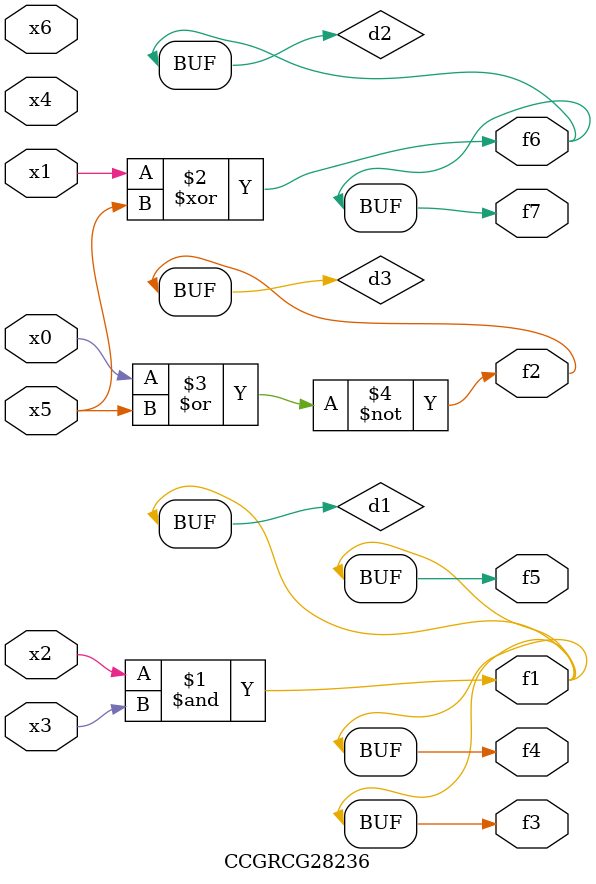
<source format=v>
module CCGRCG28236(
	input x0, x1, x2, x3, x4, x5, x6,
	output f1, f2, f3, f4, f5, f6, f7
);

	wire d1, d2, d3;

	and (d1, x2, x3);
	xor (d2, x1, x5);
	nor (d3, x0, x5);
	assign f1 = d1;
	assign f2 = d3;
	assign f3 = d1;
	assign f4 = d1;
	assign f5 = d1;
	assign f6 = d2;
	assign f7 = d2;
endmodule

</source>
